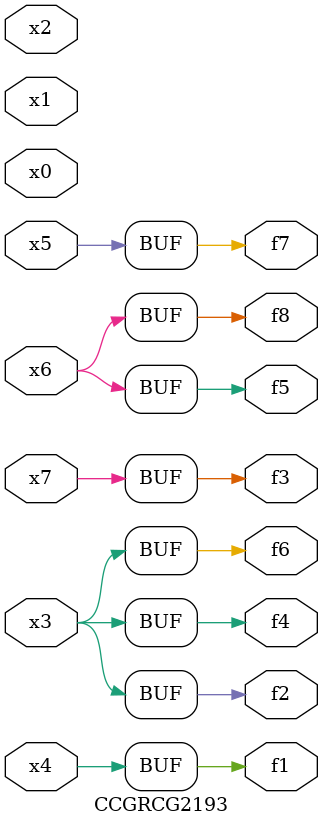
<source format=v>
module CCGRCG2193(
	input x0, x1, x2, x3, x4, x5, x6, x7,
	output f1, f2, f3, f4, f5, f6, f7, f8
);
	assign f1 = x4;
	assign f2 = x3;
	assign f3 = x7;
	assign f4 = x3;
	assign f5 = x6;
	assign f6 = x3;
	assign f7 = x5;
	assign f8 = x6;
endmodule

</source>
